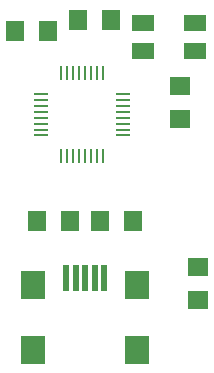
<source format=gtp>
G75*
G70*
%OFA0B0*%
%FSLAX24Y24*%
%IPPOS*%
%LPD*%
%AMOC8*
5,1,8,0,0,1.08239X$1,22.5*
%
%ADD10R,0.0748X0.0551*%
%ADD11R,0.0709X0.0630*%
%ADD12R,0.0630X0.0709*%
%ADD13R,0.0630X0.0710*%
%ADD14R,0.0787X0.0945*%
%ADD15R,0.0197X0.0909*%
%ADD16R,0.0450X0.0100*%
%ADD17R,0.0100X0.0450*%
D10*
X005514Y011133D03*
X005514Y012077D03*
X007246Y012077D03*
X007246Y011133D03*
D11*
X006730Y009956D03*
X006730Y008854D03*
X007355Y003931D03*
X007355Y002829D03*
D12*
X002331Y011805D03*
X003354Y012180D03*
X004456Y012180D03*
X001229Y011805D03*
D13*
X001970Y005480D03*
X003090Y005480D03*
X004070Y005480D03*
X005190Y005480D03*
D14*
X001848Y001168D03*
X001848Y003333D03*
X005312Y003333D03*
X005312Y001168D03*
D15*
X004210Y003555D03*
X003895Y003555D03*
X003580Y003555D03*
X003265Y003555D03*
X002950Y003555D03*
D16*
X002102Y008316D03*
X002102Y008513D03*
X002102Y008710D03*
X002102Y008907D03*
X002102Y009103D03*
X002102Y009300D03*
X002102Y009497D03*
X002102Y009694D03*
X004858Y009694D03*
X004858Y009497D03*
X004858Y009300D03*
X004858Y009103D03*
X004858Y008907D03*
X004858Y008710D03*
X004858Y008513D03*
X004858Y008316D03*
D17*
X004169Y007627D03*
X003972Y007627D03*
X003775Y007627D03*
X003578Y007627D03*
X003382Y007627D03*
X003185Y007627D03*
X002988Y007627D03*
X002791Y007627D03*
X002791Y010383D03*
X002988Y010383D03*
X003185Y010383D03*
X003382Y010383D03*
X003578Y010383D03*
X003775Y010383D03*
X003972Y010383D03*
X004169Y010383D03*
M02*

</source>
